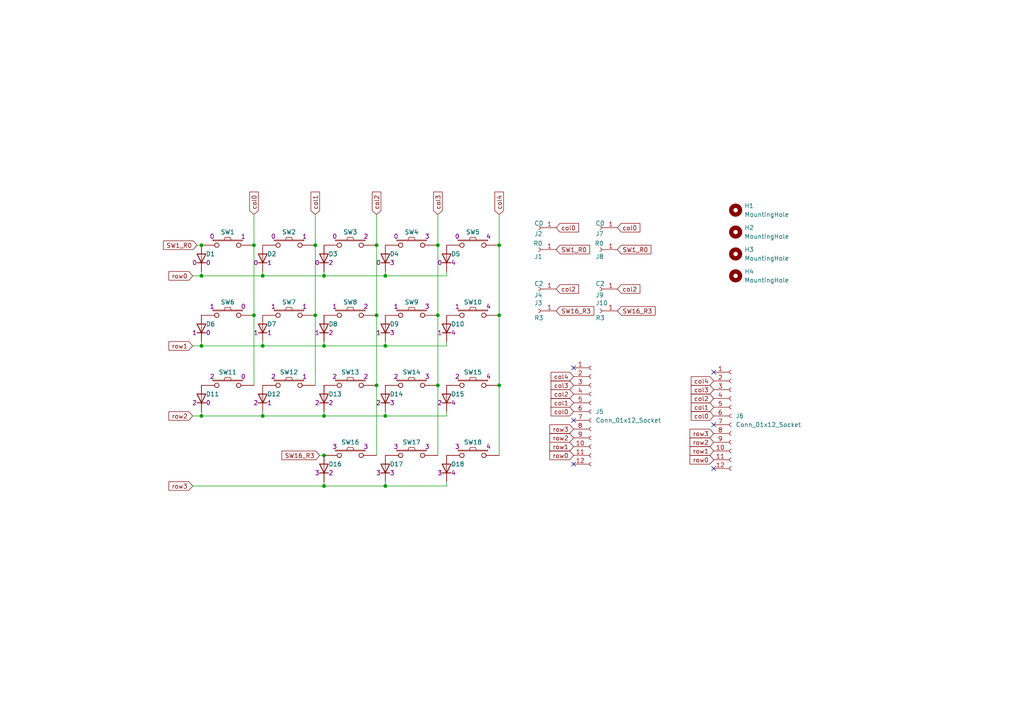
<source format=kicad_sch>
(kicad_sch (version 20231120) (generator "eeschema") (generator_version "8.0")
  (paper "A4")
  (lib_symbols
    (symbol "Connector:Conn_01x01_Socket" (pin_names (offset 1.016) hide)
      (property "Reference" "J" (at 0 2.54 0))
      (property "Value" "Conn_01x01_Socket" (at 0 -2.54 0))
      (symbol "Conn_01x01_Socket_1_1"
        (polyline (pts (xy -1.27 0) (xy -0.508 0)) (stroke (width 0.1524)))
        (arc (start 0 0.508) (mid -0.5058 0) (end 0 -0.508) (stroke (width 0.1524)))
        (pin passive line (at -5.08 0 0) (length 3.81) (name "Pin_1") (number "1"))
      )
    )
    (symbol "Connector:Conn_01x12_Socket" (pin_names (offset 1.016) hide)
      (property "Reference" "J" (at 0 15.24 0))
      (property "Value" "Conn_01x12_Socket" (at 0 -17.78 0))
      (symbol "Conn_01x12_Socket_1_1"
        (arc (start 0 -14.732) (mid -0.5058 -15.24) (end 0 -15.748) (stroke (width 0.1524)))
        (arc (start 0 -12.192) (mid -0.5058 -12.7) (end 0 -13.208) (stroke (width 0.1524)))
        (arc (start 0 -9.652) (mid -0.5058 -10.16) (end 0 -10.668) (stroke (width 0.1524)))
        (arc (start 0 -7.112) (mid -0.5058 -7.62) (end 0 -8.128) (stroke (width 0.1524)))
        (arc (start 0 -4.572) (mid -0.5058 -5.08) (end 0 -5.588) (stroke (width 0.1524)))
        (arc (start 0 -2.032) (mid -0.5058 -2.54) (end 0 -3.048) (stroke (width 0.1524)))
        (polyline (pts (xy -1.27 -15.24) (xy -0.508 -15.24)) (stroke (width 0.1524)))
        (polyline (pts (xy -1.27 -12.7) (xy -0.508 -12.7)) (stroke (width 0.1524)))
        (polyline (pts (xy -1.27 -10.16) (xy -0.508 -10.16)) (stroke (width 0.1524)))
        (polyline (pts (xy -1.27 -7.62) (xy -0.508 -7.62)) (stroke (width 0.1524)))
        (polyline (pts (xy -1.27 -5.08) (xy -0.508 -5.08)) (stroke (width 0.1524)))
        (polyline (pts (xy -1.27 -2.54) (xy -0.508 -2.54)) (stroke (width 0.1524)))
        (polyline (pts (xy -1.27 0) (xy -0.508 0)) (stroke (width 0.1524)))
        (polyline (pts (xy -1.27 2.54) (xy -0.508 2.54)) (stroke (width 0.1524)))
        (polyline (pts (xy -1.27 5.08) (xy -0.508 5.08)) (stroke (width 0.1524)))
        (polyline (pts (xy -1.27 7.62) (xy -0.508 7.62)) (stroke (width 0.1524)))
        (polyline (pts (xy -1.27 10.16) (xy -0.508 10.16)) (stroke (width 0.1524)))
        (polyline (pts (xy -1.27 12.7) (xy -0.508 12.7)) (stroke (width 0.1524)))
        (arc (start 0 0.508) (mid -0.5058 0) (end 0 -0.508) (stroke (width 0.1524)))
        (arc (start 0 3.048) (mid -0.5058 2.54) (end 0 2.032) (stroke (width 0.1524)))
        (arc (start 0 5.588) (mid -0.5058 5.08) (end 0 4.572) (stroke (width 0.1524)))
        (arc (start 0 8.128) (mid -0.5058 7.62) (end 0 7.112) (stroke (width 0.1524)))
        (arc (start 0 10.668) (mid -0.5058 10.16) (end 0 9.652) (stroke (width 0.1524)))
        (arc (start 0 13.208) (mid -0.5058 12.7) (end 0 12.192) (stroke (width 0.1524)))
        (pin passive line (at -5.08 12.7 0) (length 3.81) (name "Pin_1") (number "1"))
        (pin passive line (at -5.08 -10.16 0) (length 3.81) (name "Pin_10") (number "10"))
        (pin passive line (at -5.08 -12.7 0) (length 3.81) (name "Pin_11") (number "11"))
        (pin passive line (at -5.08 -15.24 0) (length 3.81) (name "Pin_12") (number "12"))
        (pin passive line (at -5.08 10.16 0) (length 3.81) (name "Pin_2") (number "2"))
        (pin passive line (at -5.08 7.62 0) (length 3.81) (name "Pin_3") (number "3"))
        (pin passive line (at -5.08 5.08 0) (length 3.81) (name "Pin_4") (number "4"))
        (pin passive line (at -5.08 2.54 0) (length 3.81) (name "Pin_5") (number "5"))
        (pin passive line (at -5.08 0 0) (length 3.81) (name "Pin_6") (number "6"))
        (pin passive line (at -5.08 -2.54 0) (length 3.81) (name "Pin_7") (number "7"))
        (pin passive line (at -5.08 -5.08 0) (length 3.81) (name "Pin_8") (number "8"))
        (pin passive line (at -5.08 -7.62 0) (length 3.81) (name "Pin_9") (number "9"))
      )
    )
    (symbol "Mechanical:MountingHole" (pin_names (offset 1.016))
      (property "Reference" "H" (at 0 5.08 0))
      (property "Value" "MountingHole" (at 0 3.175 0))
      (symbol "MountingHole_0_1"
        (circle (center 0 0) (radius 1.27) (stroke (width 1.27)))
      )
    )
    (symbol "zzkeeb:Diode" (pin_numbers hide) (pin_names (offset 1.016) hide)
      (property "Reference" "D" (at 1.27 1.27 0))
      (property "row" "0" (at -1.27 -1.27 0))
      (property "col" "0" (at 1.27 -1.27 0))
      (symbol "Diode_0_1"
        (polyline (pts (xy -1.27 -1.27) (xy 1.27 -1.27)) (stroke (width 0.254)))
        (polyline (pts (xy 0 1.27) (xy 0 -1.27)))
        (polyline (pts (xy -1.27 1.27) (xy 1.27 1.27) (xy 0 -1.27) (xy -1.27 1.27)) (stroke (width 0.254)))
      )
      (symbol "Diode_1_1"
        (pin passive line (at 0 -3.81 90) (length 2.54) (name "K") (number "1"))
        (pin passive line (at 0 3.81 270) (length 2.54) (name "A") (number "2"))
      )
    )
    (symbol "zzkeeb:Switch" (pin_numbers hide) (pin_names (offset 1.016) hide)
      (property "Reference" "SW" (at 0 6.35 0))
      (property "Value" "Switch" (at 0 3.81 0))
      (symbol "Switch_0_1"
        (rectangle (start -4.318 1.27) (end 4.318 1.524))
        (polyline (pts (xy -1.016 1.524) (xy -0.762 2.286) (xy 0.762 2.286) (xy 1.016 1.524)))
        (pin passive inverted (at -7.62 0 0) (length 5.08) (name "1") (number "1"))
        (pin passive inverted (at 7.62 0 180) (length 5.08) (name "2") (number "2"))
      )
    )
  )
  (junction (at 58.42 80.01))
  (junction (at 109.22 111.76))
  (junction (at 127 111.76))
  (junction (at 91.44 91.44))
  (junction (at 91.44 71.12))
  (junction (at 109.22 71.12))
  (junction (at 73.66 91.44))
  (junction (at 73.66 71.12))
  (junction (at 93.98 120.65))
  (junction (at 127 91.44))
  (junction (at 109.22 91.44))
  (junction (at 93.98 140.97))
  (junction (at 144.78 91.44))
  (junction (at 127 71.12))
  (junction (at 144.78 111.76))
  (junction (at 111.76 100.33))
  (junction (at 76.2 120.65))
  (junction (at 93.98 132.08))
  (junction (at 111.76 80.01))
  (junction (at 76.2 80.01))
  (junction (at 76.2 100.33))
  (junction (at 58.42 120.65))
  (junction (at 58.42 100.33))
  (junction (at 111.76 120.65))
  (junction (at 144.78 71.12))
  (junction (at 58.42 71.12))
  (junction (at 93.98 80.01))
  (junction (at 111.76 140.97))
  (junction (at 93.98 100.33))
  (no_connect (at 166.37 134.62))
  (no_connect (at 207.01 135.89))
  (no_connect (at 166.37 106.68))
  (no_connect (at 207.01 107.95))
  (no_connect (at 207.01 123.19))
  (no_connect (at 166.37 121.92))
  (wire (pts (xy 58.42 119.38) (xy 58.42 120.65)))
  (wire (pts (xy 144.78 91.44) (xy 144.78 111.76)))
  (wire (pts (xy 129.54 78.74) (xy 129.54 80.01)))
  (wire (pts (xy 111.76 140.97) (xy 129.54 140.97)))
  (wire (pts (xy 93.98 80.01) (xy 111.76 80.01)))
  (wire (pts (xy 91.44 62.23) (xy 91.44 71.12)))
  (wire (pts (xy 127 111.76) (xy 127 132.08)))
  (wire (pts (xy 73.66 62.23) (xy 73.66 71.12)))
  (wire (pts (xy 76.2 99.06) (xy 76.2 100.33)))
  (wire (pts (xy 129.54 139.7) (xy 129.54 140.97)))
  (wire (pts (xy 58.42 78.74) (xy 58.42 80.01)))
  (wire (pts (xy 73.66 91.44) (xy 73.66 111.76)))
  (wire (pts (xy 111.76 99.06) (xy 111.76 100.33)))
  (wire (pts (xy 111.76 120.65) (xy 129.54 120.65)))
  (wire (pts (xy 127 91.44) (xy 127 111.76)))
  (wire (pts (xy 91.44 91.44) (xy 91.44 111.76)))
  (wire (pts (xy 58.42 120.65) (xy 76.2 120.65)))
  (wire (pts (xy 93.98 120.65) (xy 111.76 120.65)))
  (wire (pts (xy 111.76 80.01) (xy 129.54 80.01)))
  (wire (pts (xy 93.98 99.06) (xy 93.98 100.33)))
  (wire (pts (xy 57.15 71.12) (xy 58.42 71.12)))
  (wire (pts (xy 92.71 132.08) (xy 93.98 132.08)))
  (wire (pts (xy 76.2 120.65) (xy 93.98 120.65)))
  (wire (pts (xy 127 62.23) (xy 127 71.12)))
  (wire (pts (xy 144.78 111.76) (xy 144.78 132.08)))
  (wire (pts (xy 111.76 139.7) (xy 111.76 140.97)))
  (wire (pts (xy 111.76 119.38) (xy 111.76 120.65)))
  (wire (pts (xy 93.98 140.97) (xy 111.76 140.97)))
  (wire (pts (xy 109.22 62.23) (xy 109.22 71.12)))
  (wire (pts (xy 93.98 119.38) (xy 93.98 120.65)))
  (wire (pts (xy 109.22 91.44) (xy 109.22 111.76)))
  (wire (pts (xy 76.2 119.38) (xy 76.2 120.65)))
  (wire (pts (xy 144.78 71.12) (xy 144.78 91.44)))
  (wire (pts (xy 76.2 78.74) (xy 76.2 80.01)))
  (wire (pts (xy 58.42 80.01) (xy 76.2 80.01)))
  (wire (pts (xy 129.54 99.06) (xy 129.54 100.33)))
  (wire (pts (xy 109.22 111.76) (xy 109.22 132.08)))
  (wire (pts (xy 55.88 80.01) (xy 58.42 80.01)))
  (wire (pts (xy 76.2 100.33) (xy 93.98 100.33)))
  (wire (pts (xy 127 71.12) (xy 127 91.44)))
  (wire (pts (xy 73.66 71.12) (xy 73.66 91.44)))
  (wire (pts (xy 55.88 120.65) (xy 58.42 120.65)))
  (wire (pts (xy 111.76 78.74) (xy 111.76 80.01)))
  (wire (pts (xy 58.42 100.33) (xy 76.2 100.33)))
  (wire (pts (xy 55.88 140.97) (xy 93.98 140.97)))
  (wire (pts (xy 55.88 100.33) (xy 58.42 100.33)))
  (wire (pts (xy 93.98 100.33) (xy 111.76 100.33)))
  (wire (pts (xy 144.78 62.23) (xy 144.78 71.12)))
  (wire (pts (xy 91.44 71.12) (xy 91.44 91.44)))
  (wire (pts (xy 93.98 139.7) (xy 93.98 140.97)))
  (wire (pts (xy 111.76 100.33) (xy 129.54 100.33)))
  (wire (pts (xy 76.2 80.01) (xy 93.98 80.01)))
  (wire (pts (xy 58.42 99.06) (xy 58.42 100.33)))
  (wire (pts (xy 129.54 119.38) (xy 129.54 120.65)))
  (wire (pts (xy 93.98 78.74) (xy 93.98 80.01)))
  (wire (pts (xy 109.22 71.12) (xy 109.22 91.44)))
  (global_label "SW1_R0" (shape input) (at 161.29 72.39 0) (property "Intersheetrefs" "${INTERSHEET_REFS}" (effects (hide yes))))
  (global_label "col1" (shape input) (at 207.01 118.11 180) (property "Intersheetrefs" "${INTERSHEET_REFS}" (effects (hide yes))))
  (global_label "col3" (shape input) (at 127 62.23 90) (property "Intersheetrefs" "${INTERSHEET_REFS}" (effects (hide yes))))
  (global_label "SW1_R0" (shape input) (at 179.07 72.39 0) (property "Intersheetrefs" "${INTERSHEET_REFS}" (effects (hide yes))))
  (global_label "row1" (shape input) (at 55.88 100.33 180) (property "Intersheetrefs" "${INTERSHEET_REFS}" (effects (hide yes))))
  (global_label "row2" (shape input) (at 166.37 127 180) (property "Intersheetrefs" "${INTERSHEET_REFS}" (effects (hide yes))))
  (global_label "row0" (shape input) (at 207.01 133.35 180) (property "Intersheetrefs" "${INTERSHEET_REFS}" (effects (hide yes))))
  (global_label "col2" (shape input) (at 166.37 114.3 180) (property "Intersheetrefs" "${INTERSHEET_REFS}" (effects (hide yes))))
  (global_label "row3" (shape input) (at 166.37 124.46 180) (property "Intersheetrefs" "${INTERSHEET_REFS}" (effects (hide yes))))
  (global_label "row1" (shape input) (at 207.01 130.81 180) (property "Intersheetrefs" "${INTERSHEET_REFS}" (effects (hide yes))))
  (global_label "col0" (shape input) (at 161.29 66.04 0) (property "Intersheetrefs" "${INTERSHEET_REFS}" (effects (hide yes))))
  (global_label "row3" (shape input) (at 207.01 125.73 180) (property "Intersheetrefs" "${INTERSHEET_REFS}" (effects (hide yes))))
  (global_label "col2" (shape input) (at 179.07 83.82 0) (property "Intersheetrefs" "${INTERSHEET_REFS}" (effects (hide yes))))
  (global_label "col0" (shape input) (at 73.66 62.23 90) (property "Intersheetrefs" "${INTERSHEET_REFS}" (effects (hide yes))))
  (global_label "col0" (shape input) (at 179.07 66.04 0) (property "Intersheetrefs" "${INTERSHEET_REFS}" (effects (hide yes))))
  (global_label "col0" (shape input) (at 207.01 120.65 180) (property "Intersheetrefs" "${INTERSHEET_REFS}" (effects (hide yes))))
  (global_label "SW16_R3" (shape input) (at 179.07 90.17 0) (property "Intersheetrefs" "${INTERSHEET_REFS}" (effects (hide yes))))
  (global_label "row0" (shape input) (at 166.37 132.08 180) (property "Intersheetrefs" "${INTERSHEET_REFS}" (effects (hide yes))))
  (global_label "col2" (shape input) (at 207.01 115.57 180) (property "Intersheetrefs" "${INTERSHEET_REFS}" (effects (hide yes))))
  (global_label "row0" (shape input) (at 55.88 80.01 180) (property "Intersheetrefs" "${INTERSHEET_REFS}" (effects (hide yes))))
  (global_label "col3" (shape input) (at 166.37 111.76 180) (property "Intersheetrefs" "${INTERSHEET_REFS}" (effects (hide yes))))
  (global_label "col3" (shape input) (at 207.01 113.03 180) (property "Intersheetrefs" "${INTERSHEET_REFS}" (effects (hide yes))))
  (global_label "row2" (shape input) (at 207.01 128.27 180) (property "Intersheetrefs" "${INTERSHEET_REFS}" (effects (hide yes))))
  (global_label "col0" (shape input) (at 166.37 119.38 180) (property "Intersheetrefs" "${INTERSHEET_REFS}" (effects (hide yes))))
  (global_label "col4" (shape input) (at 207.01 110.49 180) (property "Intersheetrefs" "${INTERSHEET_REFS}" (effects (hide yes))))
  (global_label "row2" (shape input) (at 55.88 120.65 180) (property "Intersheetrefs" "${INTERSHEET_REFS}" (effects (hide yes))))
  (global_label "row3" (shape input) (at 55.88 140.97 180) (property "Intersheetrefs" "${INTERSHEET_REFS}" (effects (hide yes))))
  (global_label "col1" (shape input) (at 91.44 62.23 90) (property "Intersheetrefs" "${INTERSHEET_REFS}" (effects (hide yes))))
  (global_label "col4" (shape input) (at 166.37 109.22 180) (property "Intersheetrefs" "${INTERSHEET_REFS}" (effects (hide yes))))
  (global_label "SW16_R3" (shape input) (at 92.71 132.08 180) (property "Intersheetrefs" "${INTERSHEET_REFS}" (effects (hide yes))))
  (global_label "col2" (shape input) (at 161.29 83.82 0) (property "Intersheetrefs" "${INTERSHEET_REFS}" (effects (hide yes))))
  (global_label "col1" (shape input) (at 166.37 116.84 180) (property "Intersheetrefs" "${INTERSHEET_REFS}" (effects (hide yes))))
  (global_label "col2" (shape input) (at 109.22 62.23 90) (property "Intersheetrefs" "${INTERSHEET_REFS}" (effects (hide yes))))
  (global_label "SW1_R0" (shape input) (at 57.15 71.12 180) (property "Intersheetrefs" "${INTERSHEET_REFS}" (effects (hide yes))))
  (global_label "row1" (shape input) (at 166.37 129.54 180) (property "Intersheetrefs" "${INTERSHEET_REFS}" (effects (hide yes))))
  (global_label "SW16_R3" (shape input) (at 161.29 90.17 0) (property "Intersheetrefs" "${INTERSHEET_REFS}" (effects (hide yes))))
  (global_label "col4" (shape input) (at 144.78 62.23 90) (property "Intersheetrefs" "${INTERSHEET_REFS}" (effects (hide yes))))
  (symbol (lib_id "Mechanical:MountingHole") (at 213.36 60.96 0) (unit 1)
    (property "Reference" "H1" (at 215.9 59.6899 0) (effects (justify left)))
    (property "Value" "MountingHole" (at 215.9 62.2299 0) (effects (justify left)))
    (property "Footprint" "zzkeeb:Hole_M2" (effects (hide yes)))
  )
  (symbol (lib_id "zzkeeb:Switch") (at 66.04 71.12 0) (unit 1)
    (property "Reference" "SW1" (at 66.04 67.31 0))
    (property "Value" "Switch" (effects (hide yes)))
    (property "Footprint" "zzkeeb:Switch_KS-miny-reversible-hotswap-south" (effects (hide yes)))
    (property "row" "0" (at 62.23 68.58 0) (effects (justify right)))
    (property "col" "1" (at 69.85 68.58 0) (effects (justify left)))
  )
  (symbol (lib_id "zzkeeb:Diode") (at 111.76 135.89 0) (unit 1)
    (property "Reference" "D17" (at 113.03 134.62 0) (effects (justify left)))
    (property "Value" "D" (effects (hide yes)))
    (property "Footprint" "zzkeeb:Diode_1N4148-SOD123-reversible-flip3d" (effects (hide yes)))
    (property "Sim.Device" "D" (effects (hide yes)))
    (property "Sim.Pins" "1=K 2=A" (effects (hide yes)))
    (property "row" "3" (at 110.49 137.16 0) (effects (justify right)))
    (property "col" "3" (at 113.03 137.16 0) (effects (justify left)))
  )
  (symbol (lib_id "Connector:Conn_01x01_Socket") (at 173.99 90.17 180) (unit 1)
    (property "Reference" "J10" (at 172.72 87.884 0) (effects (justify right)))
    (property "Value" "R3" (at 172.72 92.202 0) (effects (justify right)))
    (property "Footprint" "TestPoint:TestPoint_Pad_D1.5mm" (effects (hide yes)))
  )
  (symbol (lib_id "Connector:Conn_01x01_Socket") (at 156.21 90.17 180) (unit 1)
    (property "Reference" "J3" (at 154.94 87.884 0) (effects (justify right)))
    (property "Value" "R3" (at 154.94 92.202 0) (effects (justify right)))
    (property "Footprint" "TestPoint:TestPoint_Pad_D1.5mm" (effects (hide yes)))
  )
  (symbol (lib_id "zzkeeb:Switch") (at 119.38 111.76 0) (unit 1)
    (property "Reference" "SW14" (at 119.38 107.95 0))
    (property "Value" "Switch" (effects (hide yes)))
    (property "Footprint" "zzkeeb:Switch_KS-miny-reversible-hotswap-south" (effects (hide yes)))
    (property "row" "2" (at 115.57 109.22 0) (effects (justify right)))
    (property "col" "3" (at 123.19 109.22 0) (effects (justify left)))
  )
  (symbol (lib_id "zzkeeb:Switch") (at 137.16 132.08 0) (unit 1)
    (property "Reference" "SW18" (at 137.16 128.27 0))
    (property "Value" "Switch" (effects (hide yes)))
    (property "Footprint" "zzkeeb:Switch_KS-miny-reversible-hotswap-south" (effects (hide yes)))
    (property "row" "3" (at 133.35 129.54 0) (effects (justify right)))
    (property "col" "4" (at 140.97 129.54 0) (effects (justify left)))
  )
  (symbol (lib_id "Connector:Conn_01x12_Socket") (at 212.09 120.65 0) (unit 1)
    (property "Reference" "J6" (at 213.36 120.6499 0) (effects (justify left)))
    (property "Value" "Conn_01x12_Socket" (at 213.36 123.1899 0) (effects (justify left)))
    (property "Footprint" "zzkeeb:Connector_FFC-12pin-0.5mm-horizontal" (effects (hide yes)))
    (property "Description" "Generic connector, single row, 01x12, script generated" (effects (hide yes)))
  )
  (symbol (lib_id "zzkeeb:Switch") (at 101.6 71.12 0) (unit 1)
    (property "Reference" "SW3" (at 101.6 67.31 0))
    (property "Value" "Switch" (effects (hide yes)))
    (property "Footprint" "zzkeeb:Switch_KS-miny-reversible-hotswap-south" (effects (hide yes)))
    (property "row" "0" (at 97.79 68.58 0) (effects (justify right)))
    (property "col" "2" (at 105.41 68.58 0) (effects (justify left)))
  )
  (symbol (lib_id "zzkeeb:Switch") (at 137.16 71.12 0) (unit 1)
    (property "Reference" "SW5" (at 137.16 67.31 0))
    (property "Value" "Switch" (effects (hide yes)))
    (property "Footprint" "zzkeeb:Switch_KS-miny-reversible-hotswap-south" (effects (hide yes)))
    (property "row" "0" (at 133.35 68.58 0) (effects (justify right)))
    (property "col" "4" (at 140.97 68.58 0) (effects (justify left)))
  )
  (symbol (lib_id "Mechanical:MountingHole") (at 213.36 73.66 0) (unit 1)
    (property "Reference" "H3" (at 215.9 72.3899 0) (effects (justify left)))
    (property "Value" "MountingHole" (at 215.9 74.9299 0) (effects (justify left)))
    (property "Footprint" "zzkeeb:Hole_M2" (effects (hide yes)))
  )
  (symbol (lib_id "Connector:Conn_01x01_Socket") (at 156.21 72.39 180) (unit 1)
    (property "Reference" "J1" (at 154.94 74.422 0) (effects (justify right)))
    (property "Value" "R0" (at 154.686 70.612 0) (effects (justify right)))
    (property "Footprint" "TestPoint:TestPoint_Pad_D1.5mm" (effects (hide yes)))
  )
  (symbol (lib_id "zzkeeb:Diode") (at 93.98 115.57 0) (unit 1)
    (property "Reference" "D13" (at 95.25 114.3 0) (effects (justify left)))
    (property "Value" "D" (effects (hide yes)))
    (property "Footprint" "zzkeeb:Diode_1N4148-SOD123-reversible-flip3d" (effects (hide yes)))
    (property "Sim.Device" "D" (effects (hide yes)))
    (property "Sim.Pins" "1=K 2=A" (effects (hide yes)))
    (property "row" "2" (at 92.71 116.84 0) (effects (justify right)))
    (property "col" "2" (at 95.25 116.84 0) (effects (justify left)))
  )
  (symbol (lib_id "Connector:Conn_01x01_Socket") (at 156.21 66.04 180) (unit 1)
    (property "Reference" "J2" (at 154.94 67.818 0) (effects (justify right)))
    (property "Value" "C0" (at 154.94 64.77 0) (effects (justify right)))
    (property "Footprint" "TestPoint:TestPoint_Pad_D1.5mm" (effects (hide yes)))
  )
  (symbol (lib_id "zzkeeb:Diode") (at 93.98 135.89 0) (unit 1)
    (property "Reference" "D16" (at 95.25 134.62 0) (effects (justify left)))
    (property "Value" "D" (effects (hide yes)))
    (property "Footprint" "zzkeeb:Diode_1N4148-SOD123-reversible-flip3d" (effects (hide yes)))
    (property "Sim.Device" "D" (effects (hide yes)))
    (property "Sim.Pins" "1=K 2=A" (effects (hide yes)))
    (property "row" "3" (at 92.71 137.16 0) (effects (justify right)))
    (property "col" "2" (at 95.25 137.16 0) (effects (justify left)))
  )
  (symbol (lib_id "zzkeeb:Switch") (at 83.82 111.76 0) (unit 1)
    (property "Reference" "SW12" (at 83.82 107.95 0))
    (property "Value" "Switch" (effects (hide yes)))
    (property "Footprint" "zzkeeb:Switch_KS-miny-reversible-hotswap-south" (effects (hide yes)))
    (property "row" "2" (at 80.01 109.22 0) (effects (justify right)))
    (property "col" "1" (at 87.63 109.22 0) (effects (justify left)))
  )
  (symbol (lib_id "zzkeeb:Switch") (at 137.16 111.76 0) (unit 1)
    (property "Reference" "SW15" (at 137.16 107.95 0))
    (property "Value" "Switch" (effects (hide yes)))
    (property "Footprint" "zzkeeb:Switch_KS-miny-reversible-hotswap-south" (effects (hide yes)))
    (property "row" "2" (at 133.35 109.22 0) (effects (justify right)))
    (property "col" "4" (at 140.97 109.22 0) (effects (justify left)))
  )
  (symbol (lib_id "Mechanical:MountingHole") (at 213.36 80.01 0) (unit 1)
    (property "Reference" "H4" (at 215.9 78.7399 0) (effects (justify left)))
    (property "Value" "MountingHole" (at 215.9 81.2799 0) (effects (justify left)))
    (property "Footprint" "zzkeeb:Hole_M2" (effects (hide yes)))
  )
  (symbol (lib_id "zzkeeb:Switch") (at 119.38 91.44 0) (unit 1)
    (property "Reference" "SW9" (at 119.38 87.63 0))
    (property "Value" "Switch" (effects (hide yes)))
    (property "Footprint" "zzkeeb:Switch_KS-miny-reversible-hotswap-south" (effects (hide yes)))
    (property "row" "1" (at 115.57 88.9 0) (effects (justify right)))
    (property "col" "3" (at 123.19 88.9 0) (effects (justify left)))
  )
  (symbol (lib_id "zzkeeb:Diode") (at 129.54 135.89 0) (unit 1)
    (property "Reference" "D18" (at 130.81 134.62 0) (effects (justify left)))
    (property "Value" "D" (effects (hide yes)))
    (property "Footprint" "zzkeeb:Diode_1N4148-SOD123-reversible-flip3d" (effects (hide yes)))
    (property "Sim.Device" "D" (effects (hide yes)))
    (property "Sim.Pins" "1=K 2=A" (effects (hide yes)))
    (property "row" "3" (at 128.27 137.16 0) (effects (justify right)))
    (property "col" "4" (at 130.81 137.16 0) (effects (justify left)))
  )
  (symbol (lib_id "zzkeeb:Diode") (at 111.76 115.57 0) (unit 1)
    (property "Reference" "D14" (at 113.03 114.3 0) (effects (justify left)))
    (property "Value" "D" (effects (hide yes)))
    (property "Footprint" "zzkeeb:Diode_1N4148-SOD123-reversible-flip3d" (effects (hide yes)))
    (property "Sim.Device" "D" (effects (hide yes)))
    (property "Sim.Pins" "1=K 2=A" (effects (hide yes)))
    (property "row" "2" (at 110.49 116.84 0) (effects (justify right)))
    (property "col" "3" (at 113.03 116.84 0) (effects (justify left)))
  )
  (symbol (lib_id "zzkeeb:Diode") (at 76.2 95.25 0) (unit 1)
    (property "Reference" "D7" (at 77.47 93.98 0) (effects (justify left)))
    (property "Value" "D" (effects (hide yes)))
    (property "Footprint" "zzkeeb:Diode_1N4148-SOD123-reversible-flip3d" (effects (hide yes)))
    (property "Sim.Device" "D" (effects (hide yes)))
    (property "Sim.Pins" "1=K 2=A" (effects (hide yes)))
    (property "row" "1" (at 74.93 96.52 0) (effects (justify right)))
    (property "col" "1" (at 77.47 96.52 0) (effects (justify left)))
  )
  (symbol (lib_id "zzkeeb:Switch") (at 137.16 91.44 0) (unit 1)
    (property "Reference" "SW10" (at 137.16 87.63 0))
    (property "Value" "Switch" (effects (hide yes)))
    (property "Footprint" "zzkeeb:Switch_KS-miny-reversible-hotswap-south" (effects (hide yes)))
    (property "row" "1" (at 133.35 88.9 0) (effects (justify right)))
    (property "col" "4" (at 140.97 88.9 0) (effects (justify left)))
  )
  (symbol (lib_id "zzkeeb:Switch") (at 119.38 71.12 0) (unit 1)
    (property "Reference" "SW4" (at 119.38 67.31 0))
    (property "Value" "Switch" (effects (hide yes)))
    (property "Footprint" "zzkeeb:Switch_KS-miny-reversible-hotswap-south" (effects (hide yes)))
    (property "row" "0" (at 115.57 68.58 0) (effects (justify right)))
    (property "col" "3" (at 123.19 68.58 0) (effects (justify left)))
  )
  (symbol (lib_id "zzkeeb:Diode") (at 58.42 95.25 0) (unit 1)
    (property "Reference" "D6" (at 59.69 93.98 0) (effects (justify left)))
    (property "Value" "D" (effects (hide yes)))
    (property "Footprint" "zzkeeb:Diode_1N4148-SOD123-reversible-flip3d" (effects (hide yes)))
    (property "Sim.Device" "D" (effects (hide yes)))
    (property "Sim.Pins" "1=K 2=A" (effects (hide yes)))
    (property "row" "1" (at 57.15 96.52 0) (effects (justify right)))
    (property "col" "0" (at 59.69 96.52 0) (effects (justify left)))
  )
  (symbol (lib_id "zzkeeb:Switch") (at 119.38 132.08 0) (unit 1)
    (property "Reference" "SW17" (at 119.38 128.27 0))
    (property "Value" "Switch" (effects (hide yes)))
    (property "Footprint" "zzkeeb:Switch_KS-miny-reversible-hotswap-south" (effects (hide yes)))
    (property "row" "3" (at 115.57 129.54 0) (effects (justify right)))
    (property "col" "3" (at 123.19 129.54 0) (effects (justify left)))
  )
  (symbol (lib_id "zzkeeb:Diode") (at 129.54 95.25 0) (unit 1)
    (property "Reference" "D10" (at 130.81 93.98 0) (effects (justify left)))
    (property "Value" "D" (effects (hide yes)))
    (property "Footprint" "zzkeeb:Diode_1N4148-SOD123-reversible-flip3d" (effects (hide yes)))
    (property "Sim.Device" "D" (effects (hide yes)))
    (property "Sim.Pins" "1=K 2=A" (effects (hide yes)))
    (property "row" "1" (at 128.27 96.52 0) (effects (justify right)))
    (property "col" "4" (at 130.81 96.52 0) (effects (justify left)))
  )
  (symbol (lib_id "zzkeeb:Switch") (at 101.6 132.08 0) (unit 1)
    (property "Reference" "SW16" (at 101.6 128.27 0))
    (property "Value" "Switch" (effects (hide yes)))
    (property "Footprint" "zzkeeb:Switch_KS-miny-reversible-hotswap-south" (effects (hide yes)))
    (property "row" "3" (at 97.79 129.54 0) (effects (justify right)))
    (property "col" "3" (at 105.41 129.54 0) (effects (justify left)))
  )
  (symbol (lib_id "zzkeeb:Diode") (at 93.98 74.93 0) (unit 1)
    (property "Reference" "D3" (at 95.25 73.66 0) (effects (justify left)))
    (property "Value" "D" (effects (hide yes)))
    (property "Footprint" "zzkeeb:Diode_1N4148-SOD123-reversible-flip3d" (effects (hide yes)))
    (property "Sim.Device" "D" (effects (hide yes)))
    (property "Sim.Pins" "1=K 2=A" (effects (hide yes)))
    (property "row" "0" (at 92.71 76.2 0) (effects (justify right)))
    (property "col" "2" (at 95.25 76.2 0) (effects (justify left)))
  )
  (symbol (lib_id "zzkeeb:Diode") (at 111.76 95.25 0) (unit 1)
    (property "Reference" "D9" (at 113.03 93.98 0) (effects (justify left)))
    (property "Value" "D" (effects (hide yes)))
    (property "Footprint" "zzkeeb:Diode_1N4148-SOD123-reversible-flip3d" (effects (hide yes)))
    (property "Sim.Device" "D" (effects (hide yes)))
    (property "Sim.Pins" "1=K 2=A" (effects (hide yes)))
    (property "row" "1" (at 110.49 96.52 0) (effects (justify right)))
    (property "col" "3" (at 113.03 96.52 0) (effects (justify left)))
  )
  (symbol (lib_id "Connector:Conn_01x01_Socket") (at 173.99 72.39 180) (unit 1)
    (property "Reference" "J8" (at 172.72 74.422 0) (effects (justify right)))
    (property "Value" "R0" (at 172.466 70.612 0) (effects (justify right)))
    (property "Footprint" "TestPoint:TestPoint_Pad_D1.5mm" (effects (hide yes)))
  )
  (symbol (lib_id "zzkeeb:Diode") (at 93.98 95.25 0) (unit 1)
    (property "Reference" "D8" (at 95.25 93.98 0) (effects (justify left)))
    (property "Value" "D" (effects (hide yes)))
    (property "Footprint" "zzkeeb:Diode_1N4148-SOD123-reversible-flip3d" (effects (hide yes)))
    (property "Sim.Device" "D" (effects (hide yes)))
    (property "Sim.Pins" "1=K 2=A" (effects (hide yes)))
    (property "row" "1" (at 92.71 96.52 0) (effects (justify right)))
    (property "col" "2" (at 95.25 96.52 0) (effects (justify left)))
  )
  (symbol (lib_id "zzkeeb:Switch") (at 101.6 91.44 0) (unit 1)
    (property "Reference" "SW8" (at 101.6 87.63 0))
    (property "Value" "Switch" (effects (hide yes)))
    (property "Footprint" "zzkeeb:Switch_KS-miny-reversible-hotswap-south" (effects (hide yes)))
    (property "row" "1" (at 97.79 88.9 0) (effects (justify right)))
    (property "col" "2" (at 105.41 88.9 0) (effects (justify left)))
  )
  (symbol (lib_id "zzkeeb:Diode") (at 76.2 74.93 0) (unit 1)
    (property "Reference" "D2" (at 77.47 73.66 0) (effects (justify left)))
    (property "Value" "D" (effects (hide yes)))
    (property "Footprint" "zzkeeb:Diode_1N4148-SOD123-reversible-flip3d" (effects (hide yes)))
    (property "Sim.Device" "D" (effects (hide yes)))
    (property "Sim.Pins" "1=K 2=A" (effects (hide yes)))
    (property "row" "0" (at 74.93 76.2 0) (effects (justify right)))
    (property "col" "1" (at 77.47 76.2 0) (effects (justify left)))
  )
  (symbol (lib_id "zzkeeb:Diode") (at 76.2 115.57 0) (unit 1)
    (property "Reference" "D12" (at 77.47 114.3 0) (effects (justify left)))
    (property "Value" "D" (effects (hide yes)))
    (property "Footprint" "zzkeeb:Diode_1N4148-SOD123-reversible-flip3d" (effects (hide yes)))
    (property "Sim.Device" "D" (effects (hide yes)))
    (property "Sim.Pins" "1=K 2=A" (effects (hide yes)))
    (property "row" "2" (at 74.93 116.84 0) (effects (justify right)))
    (property "col" "1" (at 77.47 116.84 0) (effects (justify left)))
  )
  (symbol (lib_id "Connector:Conn_01x01_Socket") (at 173.99 83.82 180) (unit 1)
    (property "Reference" "J9" (at 172.72 85.598 0) (effects (justify right)))
    (property "Value" "C2" (at 172.72 82.296 0) (effects (justify right)))
    (property "Footprint" "TestPoint:TestPoint_Pad_D1.5mm" (effects (hide yes)))
  )
  (symbol (lib_id "zzkeeb:Switch") (at 101.6 111.76 0) (unit 1)
    (property "Reference" "SW13" (at 101.6 107.95 0))
    (property "Value" "Switch" (effects (hide yes)))
    (property "Footprint" "zzkeeb:Switch_KS-miny-reversible-hotswap-south" (effects (hide yes)))
    (property "row" "2" (at 97.79 109.22 0) (effects (justify right)))
    (property "col" "2" (at 105.41 109.22 0) (effects (justify left)))
  )
  (symbol (lib_id "zzkeeb:Diode") (at 58.42 74.93 0) (unit 1)
    (property "Reference" "D1" (at 59.69 73.66 0) (effects (justify left)))
    (property "Value" "D" (effects (hide yes)))
    (property "Footprint" "zzkeeb:Diode_1N4148-SOD123-reversible-flip3d" (effects (hide yes)))
    (property "Sim.Device" "D" (effects (hide yes)))
    (property "Sim.Pins" "1=K 2=A" (effects (hide yes)))
    (property "row" "0" (at 57.15 76.2 0) (effects (justify right)))
    (property "col" "0" (at 59.69 76.2 0) (effects (justify left)))
  )
  (symbol (lib_id "zzkeeb:Switch") (at 66.04 111.76 0) (unit 1)
    (property "Reference" "SW11" (at 66.04 107.95 0))
    (property "Value" "Switch" (effects (hide yes)))
    (property "Footprint" "zzkeeb:Switch_KS-miny-reversible-hotswap-south" (effects (hide yes)))
    (property "row" "2" (at 62.23 109.22 0) (effects (justify right)))
    (property "col" "0" (at 69.85 109.22 0) (effects (justify left)))
  )
  (symbol (lib_id "zzkeeb:Diode") (at 129.54 74.93 0) (unit 1)
    (property "Reference" "D5" (at 130.81 73.66 0) (effects (justify left)))
    (property "Value" "D" (effects (hide yes)))
    (property "Footprint" "zzkeeb:Diode_1N4148-SOD123-reversible-flip3d" (effects (hide yes)))
    (property "Sim.Device" "D" (effects (hide yes)))
    (property "Sim.Pins" "1=K 2=A" (effects (hide yes)))
    (property "row" "0" (at 128.27 76.2 0) (effects (justify right)))
    (property "col" "4" (at 130.81 76.2 0) (effects (justify left)))
  )
  (symbol (lib_id "Connector:Conn_01x01_Socket") (at 173.99 66.04 180) (unit 1)
    (property "Reference" "J7" (at 172.72 67.818 0) (effects (justify right)))
    (property "Value" "C0" (at 172.72 64.77 0) (effects (justify right)))
    (property "Footprint" "TestPoint:TestPoint_Pad_D1.5mm" (effects (hide yes)))
  )
  (symbol (lib_id "zzkeeb:Diode") (at 111.76 74.93 0) (unit 1)
    (property "Reference" "D4" (at 113.03 73.66 0) (effects (justify left)))
    (property "Value" "D" (effects (hide yes)))
    (property "Footprint" "zzkeeb:Diode_1N4148-SOD123-reversible-flip3d" (effects (hide yes)))
    (property "Sim.Device" "D" (effects (hide yes)))
    (property "Sim.Pins" "1=K 2=A" (effects (hide yes)))
    (property "row" "0" (at 110.49 76.2 0) (effects (justify right)))
    (property "col" "3" (at 113.03 76.2 0) (effects (justify left)))
  )
  (symbol (lib_id "zzkeeb:Diode") (at 58.42 115.57 0) (unit 1)
    (property "Reference" "D11" (at 59.69 114.3 0) (effects (justify left)))
    (property "Value" "D" (effects (hide yes)))
    (property "Footprint" "zzkeeb:Diode_1N4148-SOD123-reversible-flip3d" (effects (hide yes)))
    (property "Sim.Device" "D" (effects (hide yes)))
    (property "Sim.Pins" "1=K 2=A" (effects (hide yes)))
    (property "row" "2" (at 57.15 116.84 0) (effects (justify right)))
    (property "col" "0" (at 59.69 116.84 0) (effects (justify left)))
  )
  (symbol (lib_id "zzkeeb:Diode") (at 129.54 115.57 0) (unit 1)
    (property "Reference" "D15" (at 130.81 114.3 0) (effects (justify left)))
    (property "Value" "D" (effects (hide yes)))
    (property "Footprint" "zzkeeb:Diode_1N4148-SOD123-reversible-flip3d" (effects (hide yes)))
    (property "Sim.Device" "D" (effects (hide yes)))
    (property "Sim.Pins" "1=K 2=A" (effects (hide yes)))
    (property "row" "2" (at 128.27 116.84 0) (effects (justify right)))
    (property "col" "4" (at 130.81 116.84 0) (effects (justify left)))
  )
  (symbol (lib_id "Connector:Conn_01x01_Socket") (at 156.21 83.82 180) (unit 1)
    (property "Reference" "J4" (at 154.94 85.598 0) (effects (justify right)))
    (property "Value" "C2" (at 154.94 82.296 0) (effects (justify right)))
    (property "Footprint" "TestPoint:TestPoint_Pad_D1.5mm" (effects (hide yes)))
  )
  (symbol (lib_id "Connector:Conn_01x12_Socket") (at 171.45 119.38 0) (unit 1)
    (property "Reference" "J5" (at 172.72 119.3799 0) (effects (justify left)))
    (property "Value" "Conn_01x12_Socket" (at 172.72 121.9199 0) (effects (justify left)))
    (property "Footprint" "zzkeeb:Connector_FFC-12pin-0.5mm-horizontal" (effects (hide yes)))
    (property "Description" "Generic connector, single row, 01x12, script generated" (effects (hide yes)))
  )
  (symbol (lib_id "zzkeeb:Switch") (at 66.04 91.44 0) (unit 1)
    (property "Reference" "SW6" (at 66.04 87.63 0))
    (property "Value" "Switch" (effects (hide yes)))
    (property "Footprint" "zzkeeb:Switch_KS-miny-reversible-hotswap-south" (effects (hide yes)))
    (property "row" "1" (at 62.23 88.9 0) (effects (justify right)))
    (property "col" "0" (at 69.85 88.9 0) (effects (justify left)))
  )
  (symbol (lib_id "zzkeeb:Switch") (at 83.82 71.12 0) (unit 1)
    (property "Reference" "SW2" (at 83.82 67.31 0))
    (property "Value" "Switch" (effects (hide yes)))
    (property "Footprint" "zzkeeb:Switch_KS-miny-reversible-hotswap-south" (effects (hide yes)))
    (property "row" "0" (at 80.01 68.58 0) (effects (justify right)))
    (property "col" "1" (at 87.63 68.58 0) (effects (justify left)))
  )
  (symbol (lib_id "zzkeeb:Switch") (at 83.82 91.44 0) (unit 1)
    (property "Reference" "SW7" (at 83.82 87.63 0))
    (property "Value" "Switch" (effects (hide yes)))
    (property "Footprint" "zzkeeb:Switch_KS-miny-reversible-hotswap-south" (effects (hide yes)))
    (property "row" "1" (at 80.01 88.9 0) (effects (justify right)))
    (property "col" "1" (at 87.63 88.9 0) (effects (justify left)))
  )
  (symbol (lib_id "Mechanical:MountingHole") (at 213.36 67.31 0) (unit 1)
    (property "Reference" "H2" (at 215.9 66.0399 0) (effects (justify left)))
    (property "Value" "MountingHole" (at 215.9 68.5799 0) (effects (justify left)))
    (property "Footprint" "zzkeeb:Hole_M2" (effects (hide yes)))
  )
)
</source>
